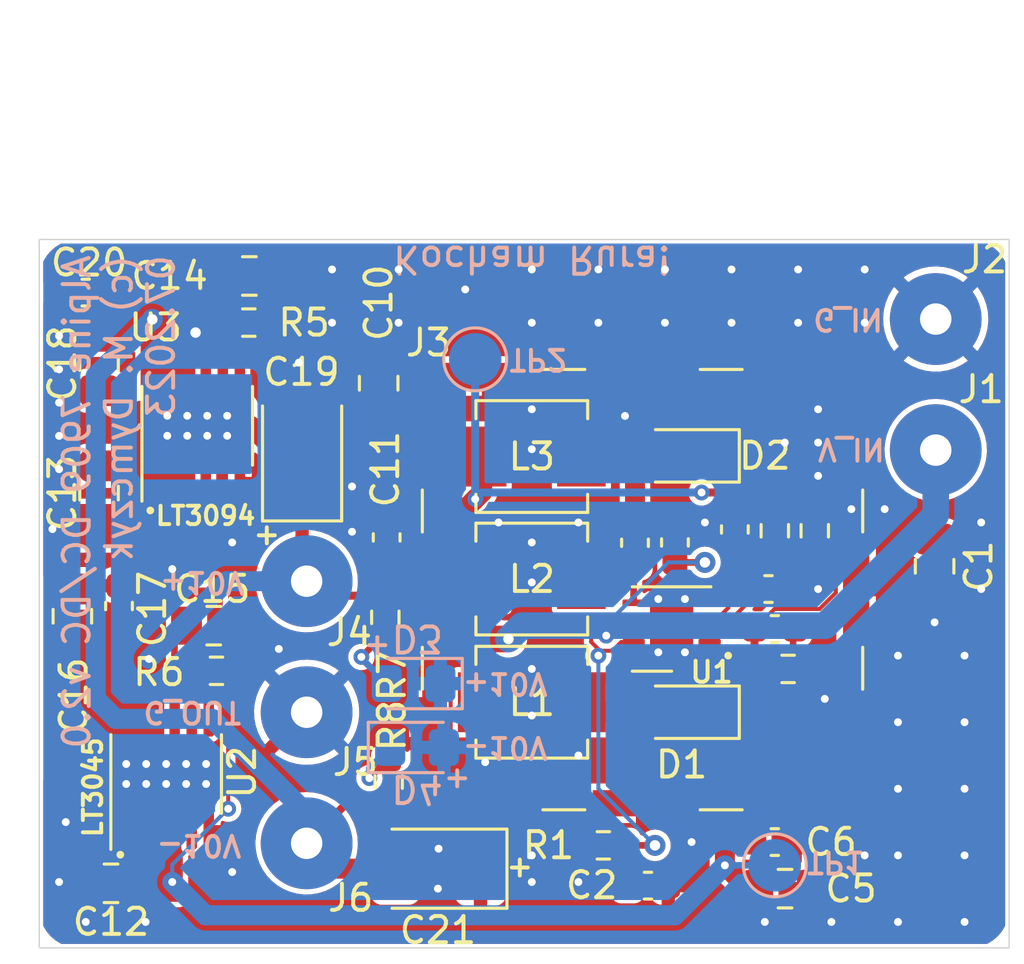
<source format=kicad_pcb>
(kicad_pcb (version 20211014) (generator pcbnew)
  (title_block (date "2023-06-30") (rev "2.0"))
  (layers (0 "F.Cu" signal) (31 "B.Cu" signal) (34 "B.Paste" user) (35 "F.Paste" user) (36 "B.SilkS" user "B.Silkscreen") (37 "F.SilkS" user "F.Silkscreen") (38 "B.Mask" user) (39 "F.Mask" user) (44 "Edge.Cuts" user))
  (net 0 "")
  (net 1 "VCC")
  (net 2 "GND")
  (net 3 "Net-(C2-Pad1)")
  (net 4 "Net-(C3-Pad1)")
  (net 5 "Net-(C4-Pad2)")
  (net 6 "Net-(D1-Pad2)")
  (net 7 "Net-(C7-Pad1)")
  (net 8 "/+10.5V")
  (net 9 "Net-(C7-Pad2)")
  (net 10 "/-10.5V")
  (net 11 "Net-(C9-Pad2)")
  (net 12 "Net-(C15-Pad1)")
  (net 13 "Net-(C14-Pad1)")
  (net 14 "/+10V")
  (net 15 "/-10V")
  (net 16 "Net-(D3-Pad2)")
  (net 17 "Net-(D4-Pad1)")
  (footprint "Capacitor_SMD:C_0603_1608Metric" (layer "F.Cu") (at 82.042 67.958 90)
    (fp_text reference "C17")
    (fp_text value "10n")
  )
  (footprint "Capacitor_SMD:C_0603_1608Metric" (layer "F.Cu") (at 80.772 56.0015 180)
    (fp_text reference "C20")
    (fp_text value "10n")
  )
  (footprint "Connector_Wire:SolderWirePad_1x01_Drill1.2mm" (layer "F.Cu") (at 89.2 67.01)
    (fp_text reference "J4")
    (fp_text value "+10V")
  )
  (footprint "Connector_Wire:SolderWirePad_1x01_Drill1.2mm" (layer "F.Cu") (at 89.2 72.01)
    (fp_text reference "J5")
    (fp_text value "G_OUT")
  )
  (footprint "Connector_Wire:SolderWirePad_1x01_Drill1.2mm" (layer "F.Cu") (at 113.2 62.01)
    (fp_text reference "J1")
    (fp_text value "V_IN")
  )
  (footprint "Connector_Wire:SolderWirePad_1x01_Drill1.2mm" (layer "F.Cu") (at 113.2 57.01)
    (fp_text reference "J2")
    (fp_text value "G_IN")
  )
  (footprint "Package_SO:MSOP-12-1EP_3x4mm_P0.65mm_EP1.65x2.85mm" (layer "F.Cu") (at 83.841 74.366 90)
    (fp_text reference "U2")
    (fp_text value "LT3045xMSE")
  )
  (footprint "Resistor_SMD:R_0603_1608Metric" (layer "F.Cu") (at 85.76 70.429)
    (fp_text reference "R6")
    (fp_text value "100k 1%")
  )
  (footprint "Resistor_SMD:R_0603_1608Metric" (layer "F.Cu") (at 86.995 57.1445)
    (fp_text reference "R5")
    (fp_text value "100k 1%")
  )
  (footprint "Resistor_SMD:R_0603_1608Metric" (layer "F.Cu") (at 92.329 74.676 90)
    (fp_text reference "R8")
    (fp_text value "1k")
  )
  (footprint "Connector_Wire:SolderWirePad_1x01_Drill1.2mm" (layer "F.Cu") (at 89.2 77.01)
    (fp_text reference "J6")
    (fp_text value "-10V")
  )
  (footprint "Package_SO:MSOP-12-1EP_3x4mm_P0.65mm_EP1.65x2.85mm" (layer "F.Cu") (at 85.0265 61.0815 90)
    (fp_text reference "U3")
    (fp_text value "LT3094xMSE")
  )
  (footprint "Capacitor_SMD:C_0805_2012Metric_Pad1.18x1.45mm_HandSolder" (layer "F.Cu") (at 81.7372 78.5368 180)
    (fp_text reference "C12")
    (fp_text value "10u X7R")
  )
  (footprint "Capacitor_SMD:C_0805_2012Metric_Pad1.18x1.45mm_HandSolder" (layer "F.Cu") (at 81.28 63.6485 90)
    (fp_text reference "C13")
    (fp_text value "10u X7R")
  )
  (footprint "Capacitor_SMD:C_0805_2012Metric_Pad1.18x1.45mm_HandSolder" (layer "F.Cu") (at 87.0165 55.3665)
    (fp_text reference "C14")
    (fp_text value "10u X7R")
  )
  (footprint "Capacitor_SMD:C_0805_2012Metric_Pad1.18x1.45mm_HandSolder" (layer "F.Cu") (at 80.263 68.3475 90)
    (fp_text reference "C16")
    (fp_text value "10u X7R")
  )
  (footprint "Capacitor_SMD:C_0805_2012Metric_Pad1.18x1.45mm_HandSolder" (layer "F.Cu") (at 81.28 58.705 -90)
    (fp_text reference "C18")
    (fp_text value "10u X7R")
  )
  (footprint "Capacitor_SMD:C_0805_2012Metric_Pad1.18x1.45mm_HandSolder" (layer "F.Cu") (at 85.6555 68.707)
    (fp_text reference "C15")
    (fp_text value "10u X7R")
  )
  (footprint "Resistor_SMD:R_0603_1608Metric" (layer "F.Cu") (at 92.202 68.389 -90)
    (fp_text reference "R7")
    (fp_text value "1k")
  )
  (footprint "Diode_SMD:D_PowerDI-123" (layer "F.Cu") (at 103.506 62.23 180)
    (fp_text reference "D2")
    (fp_text value "D_Schottky")
  )
  (footprint "Package_DFN_QFN:DFN-10-1EP_3x3mm_P0.5mm_EP1.65x2.38mm" (layer "F.Cu") (at 103.124 68.834 180)
    (fp_text reference "U1")
    (fp_text value "LT3471")
  )
  (footprint "Capacitor_Tantalum_SMD:CP_EIA-3528-21_Kemet-B_Pad1.50x2.35mm_HandSolder" (layer "F.Cu") (at 94.208 77.978 180)
    (fp_text reference "C21")
    (fp_text value "C_Polarized_Small")
  )
  (footprint "Inductor_SMD:L_Vishay_IHLP-1616" (layer "F.Cu") (at 97.79 71.628)
    (fp_text reference "L1")
    (fp_text value "10u")
  )
  (footprint "Capacitor_SMD:C_0603_1608Metric" (layer "F.Cu") (at 103.251 65.532 90)
    (fp_text reference "C8" hide)
    (fp_text value "10u X7R")
  )
  (footprint "Inductor_SMD:L_Vishay_IHLP-1616" (layer "F.Cu") (at 97.79 66.929)
    (fp_text reference "L2")
    (fp_text value "10u")
  )
  (footprint "Capacitor_SMD:C_0603_1608Metric" (layer "F.Cu") (at 101.727 65.545 90)
    (fp_text reference "C7" hide)
    (fp_text value "10u X7R")
  )
  (footprint "Resistor_SMD:R_0603_1608Metric" (layer "F.Cu") (at 107.061 65.087 90)
    (fp_text reference "R4" hide)
    (fp_text value "10k")
  )
  (footprint "Inductor_SMD:L_Vishay_IHLP-1616" (layer "F.Cu") (at 97.79 62.2554 180)
    (fp_text reference "L3")
    (fp_text value "10u")
  )
  (footprint "Capacitor_SMD:C_0603_1608Metric" (layer "F.Cu") (at 106.82 67.31)
    (fp_text reference "C3" hide)
    (fp_text value "100n X7R")
  )
  (footprint "Capacitor_SMD:C_0805_2012Metric_Pad1.18x1.45mm_HandSolder" (layer "F.Cu") (at 107.4505 78.74)
    (fp_text reference "C5")
    (fp_text value "22u")
  )
  (footprint "RF_Shielding:Laird_Technologies_BMI-S-102_16.50x16.50mm" (layer "F.Cu") (at 102.014 67.332)
    (fp_text reference "J3")
    (fp_text value "RFShield_OnePiece")
  )
  (footprint "Capacitor_SMD:C_0603_1608Metric" (layer "F.Cu") (at 102.222 78.626)
    (fp_text reference "C2")
    (fp_text value "10u X7R")
  )
  (footprint "Capacitor_SMD:C_0603_1608Metric" (layer "F.Cu") (at 107.061 68.834 180)
    (fp_text reference "C4" hide)
    (fp_text value "2200p")
  )
  (footprint "Capacitor_SMD:C_0603_1608Metric" (layer "F.Cu") (at 105.537 65.037 -90)
    (fp_text reference "C9" hide)
    (fp_text value "470p")
  )
  (footprint "Resistor_SMD:R_0603_1608Metric" (layer "F.Cu") (at 100.52 77.089)
    (fp_text reference "R1")
    (fp_text value "20k")
  )
  (footprint "Capacitor_SMD:C_0603_1608Metric" (layer "F.Cu") (at 107.061 76.962)
    (fp_text reference "C6")
    (fp_text value "10n")
  )
  (footprint "Diode_SMD:D_PowerDI-123" (layer "F.Cu") (at 103.505 72.009 180)
    (fp_text reference "D1")
    (fp_text value "D_Schottky")
  )
  (footprint "Capacitor_SMD:C_0805_2012Metric_Pad1.18x1.45mm_HandSolder" (layer "F.Cu") (at 91.948 59.4575 90)
    (fp_text reference "C10")
    (fp_text value "22u")
  )
  (footprint "Capacitor_Tantalum_SMD:CP_EIA-3528-21_Kemet-B_Pad1.50x2.35mm_HandSolder" (layer "F.Cu") (at 89.027 62.077 90)
    (fp_text reference "C19")
    (fp_text value "C_Polarized_Small")
  )
  (footprint "Resistor_SMD:R_0603_1608Metric" (layer "F.Cu") (at 107.569 70.358)
    (fp_text reference "R2" hide)
    (fp_text value "10k")
  )
  (footprint "Capacitor_SMD:C_0805_2012Metric_Pad1.18x1.45mm_HandSolder" (layer "F.Cu") (at 113.157 66.4425 -90)
    (fp_text reference "C1")
    (fp_text value "22u")
  )
  (footprint "Resistor_SMD:R_0603_1608Metric" (layer "F.Cu") (at 108.585 65.087 90)
    (fp_text reference "R3" hide)
    (fp_text value "1.58k")
  )
  (footprint "Capacitor_SMD:C_0603_1608Metric" (layer "F.Cu") (at 92.2528 65.3418 -90)
    (fp_text reference "C11")
    (fp_text value "10n")
  )
  (footprint "LED_SMD:LED_0805_2012Metric_Pad1.15x1.40mm_HandSolder" (layer "B.Cu") (at 93.2778 70.9168 180)
    (fp_text reference "D3")
    (fp_text value "LED")
  )
  (footprint "LED_SMD:LED_0805_2012Metric_Pad1.15x1.40mm_HandSolder" (layer "B.Cu") (at 93.4122 73.3552)
    (fp_text reference "D4")
    (fp_text value "LED")
  )
  (footprint "TestPoint:TestPoint_Pad_D2.0mm" (layer "B.Cu") (at 95.631 58.547 180)
    (fp_text reference "TP2")
    (fp_text value "-10.5V")
  )
  (footprint "TestPoint:TestPoint_Pad_D2.0mm" (layer "B.Cu") (at 107.061 77.851 180)
    (fp_text reference "TP1")
    (fp_text value "+10.5V")
  )
  (gr_circle (center 82.0928 77.4446) (end 82.164642 77.4446) (layer "F.SilkS") (width 0.15) (fill solid))
  (gr_circle (center 83.2358 64.3128) (end 83.307642 64.3128) (layer "F.SilkS") (width 0.15) (fill solid))
  (gr_circle (center 105.283 69.85) (end 105.354842 69.85) (layer "F.SilkS") (width 0.15) (fill solid))
  (gr_line (start 116 53.975) (end 79 53.975) (layer "Edge.Cuts") (width 0.05))
  (gr_line (start 79 81) (end 116 81) (layer "Edge.Cuts") (width 0.05))
  (gr_line (start 116 81) (end 116 53.975) (layer "Edge.Cuts") (width 0.05))
  (gr_line (start 79 53.975) (end 79 81) (layer "Edge.Cuts") (width 0.05))
  (gr_text "Kocham Rura!" (at 97.79 54.737 180) (layer "B.SilkS") (effects (font (size 1 1)) (justify mirror)))
  (gr_text "+" (at 91.8972 69.3928) (layer "B.SilkS") (effects (font (size 0.8 0.8)) (justify mirror)))
  (gr_text "Alpine 7909 DC/DC v2.0\n(c) M. Dymczyk\n07.2023" (at 82.042 54.483 90) (layer "B.SilkS") (effects (font (size 1 1)) (justify left mirror)))
  (gr_text "-10V" (at 96.774 73.3552 180) (layer "B.SilkS") (effects (font (size 0.8 0.8)) (justify mirror)))
  (gr_text "+10V" (at 96.774 70.9168 180) (layer "B.SilkS") (effects (font (size 0.8 0.8)) (justify mirror)))
  (gr_text "+" (at 94.9452 74.4728) (layer "B.SilkS") (effects (font (size 0.8 0.8)) (justify mirror)))
  (gr_text "LT3094" (at 85.344 64.516) (layer "F.SilkS") (effects (font (size 0.7 0.7))))
  (gr_text "+" (at 97.3328 77.8764) (layer "F.SilkS") (effects (font (size 0.8 0.8)) (justify mirror)))
  (gr_text "LT3045" (at 81.047 74.874 90) (layer "F.SilkS") (effects (font (size 0.7 0.7))))
  (gr_text "+" (at 87.6808 65.2018) (layer "F.SilkS") (effects (font (size 0.8 0.8)) (justify mirror)))
  (segment (start 96.901 69.215) (end 95.936 69.215) (width 1.016) (layer "F.Cu") (net 1))
  (segment (start 98.933 76.327) (end 98.933 74.93) (width 0.254) (layer "F.Cu") (net 1))
  (segment (start 95.9105 69.1895) (end 95.9105 71.61525) (width 1.016) (layer "F.Cu") (net 1))
  (segment (start 98.933 74.93) (end 95.89775 71.89475) (width 0.254) (layer "F.Cu") (net 1))
  (segment (start 101.674 68.834) (end 100.748087 68.834) (width 0.1524) (layer "F.Cu") (net 1))
  (segment (start 95.9105 66.929) (end 95.9105 69.1895) (width 1.016) (layer "F.Cu") (net 1))
  (segment (start 113.157 65.405) (end 113.157 62.053) (width 0.508) (layer "F.Cu") (net 1))
  (segment (start 103.264 66.294) (end 103.251 66.307) (width 0.254) (layer "F.Cu") (net 1))
  (segment (start 104.394 66.294) (end 103.264 66.294) (width 0.254) (layer "F.Cu") (net 1))
  (segment (start 95.89775 71.89475) (end 95.89775 71.628) (width 0.254) (layer "F.Cu") (net 1))
  (segment (start 95.936 69.215) (end 95.9105 69.1895) (width 1.016) (layer "F.Cu") (net 1))
  (segment (start 99.695 77.089) (end 98.933 76.327) (width 0.254) (layer "F.Cu") (net 1))
  (segment (start 100.748087 68.834) (end 100.629844 68.952243) (width 0.1524) (layer "F.Cu") (net 1))
  (segment (start 95.9105 71.61525) (end 95.89775 71.628) (width 1.016) (layer "F.Cu") (net 1))
  (via (at 100.629844 69.088) (size 0.6) (drill 0.3) (layers "F.Cu" "B.Cu") (net 1))
  (via (at 104.394 66.294) (size 0.8) (drill 0.4) (layers "F.Cu" "B.Cu") (net 1))
  (via (at 96.901 69.215) (size 0.8) (drill 0.4) (layers "F.Cu" "B.Cu") (net 1))
  (segment (start 97.409 68.707) (end 96.901 69.215) (width 1.016) (layer "B.Cu") (net 1))
  (segment (start 108.977958 68.707) (end 97.409 68.707) (width 1.016) (layer "B.Cu") (net 1))
  (segment (start 100.203 69.088) (end 102.997 66.294) (width 0.1524) (layer "B.Cu") (net 1))
  (segment (start 113.2 62.01) (end 113.2 64.484958) (width 1.016) (layer "B.Cu") (net 1))
  (segment (start 113.2 64.484958) (end 108.977958 68.707) (width 1.016) (layer "B.Cu") (net 1))
  (segment (start 102.997 66.294) (end 104.394 66.294) (width 0.1524) (layer "B.Cu") (net 1))
  (segment (start 85.3515 58.9315) (end 85.3515 57.914) (width 0.254) (layer "F.Cu") (net 2))
  (segment (start 84.166 74.041) (end 83.841 74.366) (width 0.254) (layer "F.Cu") (net 2))
  (segment (start 107.595 67.31) (end 108.7121 67.31) (width 0.1524) (layer "F.Cu") (net 2))
  (segment (start 85.3515 57.914) (end 84.963 57.5255) (width 0.254) (layer "F.Cu") (net 2))
  (segment (start 84.166 72.216) (end 84.166 74.041) (width 0.254) (layer "F.Cu") (net 2))
  (via (at 84.963 57.5255) (size 0.8) (drill 0.4) (layers "F.Cu" "B.Cu") (net 2))
  (via (at 83.841 73.985) (size 0.7) (drill 0.3) (layers "F.Cu" "B.Cu") (net 2))
  (via (at 79.756 57.658) (size 0.6) (drill 0.3) (layers "F.Cu" "B.Cu") (net 2))
  (via (at 97.79 60.452) (size 0.6) (drill 0.3) (layers "F.Cu" "B.Cu") (net 2))
  (via (at 114.3 80.01) (size 0.6) (drill 0.3) (layers "F.Cu" "B.Cu") (net 2))
  (via (at 86.36 78.105) (size 0.6) (drill 0.3) (layers "F.Cu" "B.Cu") (net 2))
  (via (at 79.756 60.198) (size 0.6) (drill 0.3) (layers "F.Cu" "B.Cu") (net 2))
  (via (at 100.33 55.118) (size 0.6) (drill 0.3) (layers "F.Cu" "B.Cu") (net 2))
  (via (at 82.317 73.985) (size 0.7) (drill 0.3) (layers "F.Cu" "B.Cu") (net 2))
  (via (at 103.632 69.723) (size 0.6) (drill 0.3) (layers "F.Cu" "B.Cu") (net 2))
  (via (at 108.7121 67.31) (size 0.6) (drill 0.3) (layers "F.Cu" "B.Cu") (net 2))
  (via (at 114.3 74.93) (size 0.6) (drill 0.3) (layers "F.Cu" "B.Cu") (net 2))
  (via (at 97.79 72.136) (size 0.6) (drill 0.3) (layers "F.Cu" "B.Cu") (net 2))
  (via (at 80.01 76.2) (size 0.6) (drill 0.3) (layers "F.Cu" "B.Cu") (net 2))
  (via (at 111.76 74.93) (size 0.6) (drill 0.3) (layers "F.Cu" "B.Cu") (net 2))
  (via (at 79.756 78.486) (size 0.6) (drill 0.3) (layers "F.Cu" "B.Cu") (net 2))
  (via (at 110.49 57.15) (size 0.6) (drill 0.3) (layers "F.Cu" "B.Cu") (net 2))
  (via (at 107.95 55.118) (size 0.6) (drill 0.3) (layers "F.Cu" "B.Cu") (net 2))
  (via (at 92.71 57.15) (size 0.6) (drill 0.3) (layers "F.Cu" "B.Cu") (net 2))
  (via (at 108.712 62.992) (size 0.6) (drill 0.3) (layers "F.Cu" "B.Cu") (net 2))
  (via (at 79.756 61.468) (size 0.6) (drill 0.3) (layers "F.Cu" "B.Cu") (net 2))
  (via (at 114.3 77.47) (size 0.6) (drill 0.3) (layers "F.Cu" "B.Cu") (net 2))
  (via (at 83.058 80.01) (size 0.6) (drill 0.3) (layers "F.Cu" "B.Cu") (net 2))
  (via (at 97.79 77.47) (size 0.6) (drill 0.3) (layers "F.Cu" "B.Cu") (net 2))
  (via (at 90.932 65.1256) (size 0.6) (drill 0.3) (layers "F.Cu" "B.Cu") (net 2))
  (via (at 110.49 77.47) (size 0.6) (drill 0.3) (layers "F.Cu" "B.Cu") (net 2))
  (via (at 102.87 55.118) (size 0.6) (drill 0.3) (layers "F.Cu" "B.Cu") (net 2))
  (via (at 85.365 74.747) (size 0.7) (drill 0.3) (layers "F.Cu" "B.Cu") (net 2))
  (via (at 107.95 57.15) (size 0.6) (drill 0.3) (layers "F.Cu" "B.Cu") (net 2))
  (via (at 84.074 66.548) (size 0.6) (drill 0.3) (layers "F.Cu" "B.Cu") (net 2))
  (via (at 95.25 55.88) (size 0.6) (drill 0.3) (layers "F.Cu" "B.Cu") (net 2))
  (via (at 84.603 73.985) (size 0.7) (drill 0.3) (layers "F.Cu" "B.Cu") (net 2))
  (via (at 108.966 71.501) (size 0.6) (drill 0.3) (layers "F.Cu" "B.Cu") (net 2))
  (via (at 108.712 61.722) (size 0.6) (drill 0.3) (layers "F.Cu" "B.Cu") (net 2))
  (via (at 111.76 77.47) (size 0.6) (drill 0.3) (layers "F.Cu" "B.Cu") (net 2))
  (via (at 114.935 67.31) (size 0.6) (drill 0.3) (layers "F.Cu" "B.Cu") (net 2))
  (via (at 109.22 80.01) (size 0.6) (drill 0.3) (layers "F.Cu" "B.Cu") (net 2))
  (via (at 82.317 74.747) (size 0.7) (drill 0.3) (layers "F.Cu" "B.Cu") (net 2))
  (via (at 109.982 64.262) (size 0.6) (drill 0.3) (layers "F.Cu" "B.Cu") (net 2))
  (via (at 105.41 55.118) (size 0.6) (drill 0.3) (layers "F.Cu" "B.Cu") (net 2))
  (via (at 97.79 65.532) (size 0.6) (drill 0.3) (layers "F.Cu" "B.Cu") (net 2))
  (via (at 99.568 73.66) (size 0.6) (drill 0.3) (layers "F.Cu" "B.Cu") (net 2))
  (via (at 105.41 57.15) (size 0.6) (drill 0.3) (layers "F.Cu" "B.Cu") (net 2))
  (via (at 79.502 65.024) (size 0.6) (drill 0.3) (layers "F.Cu" "B.Cu") (net 2))
  (via (at 99.568 78.486) (size 0.6) (drill 0.3) (layers "F.Cu" "B.Cu") (net 2))
  (via (at 102.616 69.723) (size 0.6) (drill 0.3) (layers "F.Cu" "B.Cu") (net 2))
  (via (at 88.138 69.596) (size 0.6) (drill 0.3) (layers "F.Cu" "B.Cu") (net 2))
  (via (at 94.208 78.74) (size 0.6) (drill 0.3) (layers "F.Cu" "B.Cu") (net 2))
  (via (at 111.76 72.39) (size 0.6) (drill 0.3) (layers "F.Cu" "B.Cu") (net 2))
  (via (at 102.616 67.691) (size 0.6) (drill 0.3) (layers "F.Cu" "B.Cu") (net 2))
  (via (at 110.49 55.118) (size 0.6) (drill 0.3) (layers "F.Cu" "B.Cu") (net 2))
  (via (at 97.79 55.118) (size 0.6) (drill 0.3) (layers "F.Cu" "B.Cu") (net 2))
  (via (at 103.632 67.691) (size 0.6) (drill 0.3) (layers "F.Cu" "B.Cu") (net 2))
  (via (at 97.79 78.486) (size 0.6) (drill 0.3) (layers "F.Cu" "B.Cu") (net 2))
  (via (at 94.234 77.216) (size 0.6) (drill 0.3) (layers "F.Cu" "B.Cu") (net 2))
  (via (at 108.712 60.452) (size 0.6) (drill 0.3) (layers "F.Cu" "B.Cu") (net 2))
  (via (at 104.394 64.77) (size 0.6) (drill 0.3) (layers "F.Cu" "B.Cu") (net 2))
  (via (at 79.756 58.928) (size 0.6) (drill 0.3) (layers "F.Cu" "B.Cu") (net 2))
  (via (at 97.79 61.976) (size 0.6) (drill 0.3) (layers "F.Cu" "B.Cu") (net 2))
  (via (at 97.79 67.056) (size 0.6) (drill 0.3) (layers "F.Cu" "B.Cu") (net 2))
  (via (at 103.886 76.962) (size 0.6) (drill 0.3) (layers "F.Cu" "B.Cu") (net 2))
  (via (at 85.365 73.985) (size 0.7) (drill 0.3) (layers "F.Cu" "B.Cu") (net 2))
  (via (at 96.52 64.77) (size 0.6) (drill 0.3) (layers "F.Cu" "B.Cu") (net 2))
  (via (at 83.841 74.747) (size 0.7) (drill 0.3) (layers "F.Cu" "B.Cu") (net 2))
  (via (at 90.932 63.3984) (size 0.6) (drill 0.3) (layers "F.Cu" "B.Cu") (net 2))
  (via (at 84.603 74.747) (size 0.7) (drill 0.3) (layers "F.Cu" "B.Cu") (net 2))
  (via (at 86.36 65.532) (size 0.6) (drill 0.3) (layers "F.Cu" "B.Cu") (net 2))
  (via (at 114.935 64.77) (size 0.6) (drill 0.3) (layers "F.Cu" "B.Cu") (net 2))
  (via (at 111.252 64.262) (size 0.6) (drill 0.3) (layers "F.Cu" "B.Cu") (net 2))
  (via (at 100.33 57.15) (size 0.6) (drill 0.3) (layers "F.Cu" "B.Cu") (net 2))
  (via (at 102.87 57.15) (size 0.6) (drill 0.3) (layers "F.Cu" "B.Cu") (net 2))
  (via (at 113.157 68.58) (size 0.6) (drill 0.3) (layers "F.Cu" "B.Cu") (net 2))
  (via (at 97.79 57.15) (size 0.6) (drill 0.3) (layers "F.Cu" "B.Cu") (net 2))
  (via (at 80.772 80.01) (size 0.6) (drill 0.3) (layers "F.Cu" "B.Cu") (net 2))
  (via (at 90.17 57.15) (size 0.6) (drill 0.3) (layers "F.Cu" "B.Cu") (net 2))
  (via (at 83.079 73.985) (size 0.7) (drill 0.3) (layers "F.Cu" "B.Cu") (net 2))
  (via (at 106.68 80.01) (size 0.6) (drill 0.3) (layers "F.Cu" "B.Cu") (net 2))
  (via (at 97.79 70.358) (size 0.6) (drill 0.3) (layers "F.Cu" "B.Cu") (net 2))
  (via (at 114.3 69.85) (size 0.6) (drill 0.3) (layers "F.Cu" "B.Cu") (net 2))
  (via (at 79.756 62.738) (size 0.6) (drill 0.3) (layers "F.Cu" "B.Cu") (net 2))
  (via (at 83.079 74.747) (size 0.7) (drill 0.3) (layers "F.Cu" "B.Cu") (net 2))
  (via (at 111.76 80.01) (size 0.6) (drill 0.3) (layers "F.Cu" "B.Cu") (net 2))
  (via (at 111.76 69.85) (size 0.6) (drill 0.3) (layers "F.Cu" "B.Cu") (net 2))
  (via (at 88.9 58.674) (size 0.6) (drill 0.3) (layers "F.Cu" "B.Cu") (net 2))
  (via (at 101.346 60.706) (size 0.6) (drill 0.3) (layers "F.Cu" "B.Cu") (net 2))
  (via (at 99.568 64.77) (size 0.6) (drill 0.3) (layers "F.Cu" "B.Cu") (net 2))
  (via (at 96.012 73.914) (size 0.6) (drill 0.3) (layers "F.Cu" "B.Cu") (net 2))
  (via (at 114.3 72.39) (size 0.6) (drill 0.3) (layers "F.Cu" "B.Cu") (net 2))
  (via (at 92.71 55.118) (size 0.6) (drill 0.3) (layers "F.Cu" "B.Cu") (net 2))
  (via (at 90.17 55.118) (size 0.6) (drill 0.3) (layers "F.Cu" "B.Cu") (net 2))
  (via (at 107.442 61.722) (size 0.6) (drill 0.3) (layers "F.Cu" "B.Cu") (net 2))
  (segment (start 101.1286 68.334) (end 101.674 68.334) (width 0.1524) (layer "F.Cu") (net 3))
  (segment (start 100.33 68.453) (end 101.0096 68.453) (width 0.1524) (layer "F.Cu") (net 3))
  (segment (start 101.345 77.089) (end 102.489 77.089) (width 0.254) (layer "F.Cu") (net 3))
  (segment (start 101.0096 68.453) (end 101.1286 68.334) (width 0.1524) (layer "F.Cu") (net 3))
  (segment (start 101.345 78.524) (end 101.447 78.626) (width 0.254) (layer "F.Cu") (net 3))
  (segment (start 100.053644 69.32667) (end 100.053644 68.729356) (width 0.1524) (layer "F.Cu") (net 3))
  (segment (start 100.391174 69.6642) (end 100.053644 69.32667) (width 0.1524) (layer "F.Cu") (net 3))
  (segment (start 100.391174 69.6642) (end 100.391174 69.788826) (width 0.1524) (layer "F.Cu") (net 3))
  (segment (start 100.053644 68.729356) (end 100.33 68.453) (width 0.1524) (layer "F.Cu") (net 3))
  (segment (start 101.198714 69.334) (end 100.868514 69.6642) (width 0.1524) (layer "F.Cu") (net 3))
  (segment (start 101.345 77.089) (end 101.345 78.524) (width 0.254) (layer "F.Cu") (net 3))
  (segment (start 100.391174 69.788826) (end 100.33 69.85) (width 0.1524) (layer "F.Cu") (net 3))
  (segment (start 100.868514 69.6642) (end 100.391174 69.6642) (width 0.1524) (layer "F.Cu") (net 3))
  (segment (start 101.674 69.334) (end 101.198714 69.334) (width 0.1524) (layer "F.Cu") (net 3))
  (via (at 102.489 77.089) (size 0.8) (drill 0.4) (layers "F.Cu" "B.Cu") (net 3))
  (via (at 100.33 69.85) (size 0.6) (drill 0.3) (layers "F.Cu" "B.Cu") (net 3))
  (segment (start 100.33 74.93) (end 102.489 77.089) (width 0.1524) (layer "B.Cu") (net 3))
  (segment (start 100.33 69.85) (end 100.33 74.93) (width 0.1524) (layer "B.Cu") (net 3))
  (segment (start 105.029 68.834) (end 106.045 67.818) (width 0.1524) (layer "F.Cu") (net 4))
  (segment (start 104.574 69.334) (end 104.574 68.834) (width 0.1524) (layer "F.Cu") (net 4))
  (segment (start 104.574 68.834) (end 105.029 68.834) (width 0.1524) (layer "F.Cu") (net 4))
  (segment (start 106.045 67.818) (end 106.045 67.31) (width 0.1524) (layer "F.Cu") (net 4))
  (segment (start 104.574 69.834) (end 106.22 69.834) (width 0.1524) (layer "F.Cu") (net 5))
  (segment (start 108.76497 68.072) (end 107.048 68.072) (width 0.1524) (layer "F.Cu") (net 5))
  (segment (start 106.286 68.834) (end 106.286 69.9) (width 0.3048) (layer "F.Cu") (net 5))
  (segment (start 106.22 69.834) (end 106.286 69.9) (width 0.1524) (layer "F.Cu") (net 5))
  (segment (start 106.286 68.834) (end 107.048 68.072) (width 0.1524) (layer "F.Cu") (net 5))
  (segment (start 109.3878 66.7148) (end 108.585 65.912) (width 0.1524) (layer "F.Cu") (net 5))
  (segment (start 109.3878 66.7148) (end 109.3878 67.44917) (width 0.1524) (layer "F.Cu") (net 5))
  (segment (start 106.286 69.9) (end 106.744 70.358) (width 0.3048) (layer "F.Cu") (net 5))
  (segment (start 109.3878 67.44917) (end 108.76497 68.072) (width 0.1524) (layer "F.Cu") (net 5))
  (segment (start 101.98 72.009) (end 100.06325 72.009) (width 0.762) (layer "F.Cu") (net 6))
  (segment (start 101.47625 69.834) (end 99.68225 71.628) (width 0.254) (layer "F.Cu") (net 6))
  (segment (start 101.674 69.834) (end 101.47625 69.834) (width 0.254) (layer "F.Cu") (net 6))
  (segment (start 100.06325 72.009) (end 99.68225 71.628) (width 0.762) (layer "F.Cu") (net 6))
  (segment (start 101.674 67.834) (end 101.674 66.373) (width 0.254) (layer "F.Cu") (net 7))
  (segment (start 101.118 66.929) (end 101.727 66.32) (width 0.508) (layer "F.Cu") (net 7))
  (segment (start 101.674 66.373) (end 101.727 66.32) (width 0.254) (layer "F.Cu") (net 7))
  (segment (start 99.695 66.929) (end 101.118 66.929) (width 0.508) (layer "F.Cu") (net 7))
  (segment (start 107.759 68.884) (end 107.759 70.294) (width 0.25) (layer "F.Cu") (net 8))
  (segment (start 106.045 78.74) (end 105.156 77.851) (width 0.762) (layer "F.Cu") (net 8))
  (segment (start 107.759 71.057) (end 106.807 72.009) (width 0.25) (layer "F.Cu") (net 8))
  (segment (start 105.156 76.835) (end 105.156 72.81) (width 0.762) (layer "F.Cu") (net 8))
  (segment (start 86.2076 72.9576) (end 86.2076 75.692) (width 0.1524) (layer "F.Cu") (net 8))
  (segment (start 107.759 70.294) (end 107.759 71.057) (width 0.25) (layer "F.Cu") (net 8))
  (segment (start 105.156 72.81) (end 104.355 72.009) (width 0.762) (layer "F.Cu") (net 8))
  (segment (start 107.759 70.294) (end 108.33 70.294) (width 0.25) (layer "F.Cu") (net 8))
  (segment (start 106.413 78.74) (end 106.045 78.74) (width 0.762) (layer "F.Cu") (net 8))
  (segment (start 106.286 76.962) (end 105.283 76.962) (width 0.3048) (layer "F.Cu") (net 8))
  (segment (start 105.156 76.835) (end 105.156 77.851) (width 0.762) (layer "F.Cu") (net 8))
  (segment (start 105.283 76.962) (end 105.156 76.835) (width 0.3048) (layer "F.Cu") (net 8))
  (segment (start 85.466 72.216) (end 86.2076 72.9576) (width 0.1524) (layer "F.Cu") (net 8))
  (segment (start 106.807 72.009) (end 104.355 72.009) (width 0.25) (layer "F.Cu") (net 8))
  (segment (start 108.33 70.294) (end 108.394 70.358) (width 0.25) (layer "F.Cu") (net 8))
  (via (at 86.2076 75.692) (size 0.6) (drill 0.3) (layers "F.Cu" "B.Cu") (net 8))
  (via (at 105.156 77.851) (size 0.6) (drill 0.3) (layers "F.Cu" "B.Cu") (net 8))
  (via (at 84.074 78.486) (size 0.6) (drill 0.3) (layers "F.Cu" "B.Cu") (net 8))
  (segment (start 84.074 77.8256) (end 84.074 78.486) (width 0.1524) (layer "B.Cu") (net 8))
  (segment (start 105.156 77.851) (end 103.251 79.756) (width 0.762) (layer "B.Cu") (net 8))
  (segment (start 103.251 79.756) (end 85.344 79.756) (width 0.762) (layer "B.Cu") (net 8))
  (segment (start 85.344 79.756) (end 84.074 78.486) (width 0.762) (layer "B.Cu") (net 8))
  (segment (start 86.2076 75.692) (end 84.074 77.8256) (width 0.1524) (layer "B.Cu") (net 8))
  (segment (start 107.061 77.851) (end 105.156 77.851) (width 0.254) (layer "B.Cu") (net 8))
  (segment (start 100.03785 62.611) (end 99.68225 62.2554) (width 0.762) (layer "F.Cu") (net 9))
  (segment (start 101.727 64.77) (end 101.727 62.865) (width 0.762) (layer "F.Cu") (net 9))
  (segment (start 101.727 62.865) (end 101.981 62.611) (width 0.762) (layer "F.Cu") (net 9))
  (segment (start 101.981 62.611) (end 100.03785 62.611) (width 0.762) (layer "F.Cu") (net 9))
  (segment (start 92.2528 64.5668) (end 92.9132 63.9064) (width 0.3048) (layer "F.Cu") (net 10))
  (segment (start 104.902 63.627) (end 104.267 63.627) (width 0.3048) (layer "F.Cu") (net 10))
  (segment (start 87.056289 61.0815) (end 88.077789 62.103) (width 0.762) (layer "F.Cu") (net 10))
  (segment (start 92.9132 63.9064) (end 92.9132 63.7032) (width 0.3048) (layer "F.Cu") (net 10))
  (segment (start 91.948 60.495) (end 91.948 61.468) (width 0.3048) (layer "F.Cu") (net 10))
  (segment (start 107.061 64.262) (end 105.537 64.262) (width 0.3048) (layer "F.Cu") (net 10))
  (segment (start 95.89775 63.61425) (end 95.631 63.881) (width 0.762) (layer "F.Cu") (net 10))
  (segment (start 92.9132 63.7032) (end 93.472 64.262) (width 0.762) (layer "F.Cu") (net 10))
  (segment (start 88.077789 62.103) (end 91.313 62.103) (width 0.762) (layer "F.Cu") (net 10))
  (segment (start 85.0265 61.0815) (end 87.056289 61.0815) (width 0.762) (layer "F.Cu") (net 10))
  (segment (start 91.313 62.103) (end 92.9132 63.7032) (width 0.762) (layer "F.Cu") (net 10))
  (segment (start 105.537 64.262) (end 104.902 63.627) (width 0.3048) (layer "F.Cu") (net 10))
  (segment (start 95.89775 62.23) (end 95.89775 63.61425) (width 0.762) (layer "F.Cu") (net 10))
  (segment (start 93.472 64.262) (end 95.25 64.262) (width 0.762) (layer "F.Cu") (net 10))
  (segment (start 91.948 61.468) (end 91.313 62.103) (width 0.3048) (layer "F.Cu") (net 10))
  (segment (start 95.631 63.881) (end 95.25 64.262) (width 0.762) (layer "F.Cu") (net 10))
  (via (at 86.1695 61.4625) (size 0.7) (drill 0.3) (layers "F.Cu" "B.Cu") (net 10))
  (via (at 86.1695 60.7005) (size 0.7) (drill 0.3) (layers "F.Cu" "B.Cu") (net 10))
  (via (at 85.4075 60.7005) (size 0.7) (drill 0.3) (layers "F.Cu" "B.Cu") (net 10))
  (via (at 85.4075 61.4625) (size 0.7) (drill 0.3) (layers "F.Cu" "B.Cu") (net 10))
  (via (at 84.6455 61.4625) (size 0.7) (drill 0.3) (layers "F.Cu" "B.Cu") (net 10))
  (via (at 84.6455 60.7005) (size 0.7) (drill 0.3) (layers "F.Cu" "B.Cu") (net 10))
  (via (at 83.8835 60.7005) (size 0.7) (drill 0.3) (layers "F.Cu" "B.Cu") (net 10))
  (via (at 83.8835 61.4625) (size 0.7) (drill 0.3) (layers "F.Cu" "B.Cu") (net 10))
  (via (at 95.631 63.881) (size 0.6) (drill 0.3) (layers "F.Cu" "B.Cu") (net 10))
  (via (at 104.267 63.627) (size 0.6) (drill 0.3) (layers "F.Cu" "B.Cu") (net 10))
  (segment (start 95.631 58.547) (end 95.631 63.881) (width 0.3048) (layer "B.Cu") (net 10))
  (segment (start 95.885 63.627) (end 95.631 63.881) (width 0.3048) (layer "B.Cu") (net 10))
  (segment (start 104.267 63.627) (end 95.885 63.627) (width 0.3048) (layer "B.Cu") (net 10))
  (segment (start 104.977994 68.334) (end 105.283 68.028994) (width 0.1524) (layer "F.Cu") (net 11))
  (segment (start 105.283 66.066) (end 105.537 65.812) (width 0.1524) (layer "F.Cu") (net 11))
  (segment (start 105.537 65.812) (end 106.961 65.812) (width 0.1524) (layer "F.Cu") (net 11))
  (segment (start 106.961 65.812) (end 107.061 65.912) (width 0.1524) (layer "F.Cu") (net 11))
  (segment (start 104.574 68.334) (end 104.977994 68.334) (width 0.1524) (layer "F.Cu") (net 11))
  (segment (start 107.061 65.786) (end 107.061 65.912) (width 0.1524) (layer "F.Cu") (net 11))
  (segment (start 105.283 68.028994) (end 105.283 66.066) (width 0.1524) (layer "F.Cu") (net 11))
  (segment (start 108.585 64.262) (end 107.061 65.786) (width 0.1524) (layer "F.Cu") (net 11))
  (segment (start 84.1585 70.2275) (end 84.1585 68.5875) (width 0.254) (layer "F.Cu") (net 12))
  (segment (start 84.885 70.429) (end 84.36 70.429) (width 0.254) (layer "F.Cu") (net 12))
  (segment (start 84.816 72.216) (end 84.816 70.752) (width 0.254) (layer "F.Cu") (net 12))
  (segment (start 84.36 70.429) (end 84.1585 70.2275) (width 0.254) (layer "F.Cu") (net 12))
  (segment (start 84.816 70.752) (end 84.885 70.683) (width 0.254) (layer "F.Cu") (net 12))
  (segment (start 86.0015 58.9315) (end 86.0015 55.389) (width 0.254) (layer "F.Cu") (net 13))
  (segment (start 86.0015 55.389) (end 85.979 55.3665) (width 0.254) (layer "F.Cu") (net 13))
  (segment (start 92.202 67.564) (end 89.754 67.564) (width 0.3048) (layer "F.Cu") (net 14))
  (segment (start 89.027 63.702) (end 89.027 66.837) (width 0.508) (layer "F.Cu") (net 14))
  (via (at 83.185 69.977) (size 0.6) (drill 0.3) (layers "F.Cu" "B.Cu") (net 14))
  (segment (start 86.152 67.01) (end 83.185 69.977) (width 0.762) (layer "B.Cu") (net 14))
  (segment (start 89.2 67.01) (end 86.152 67.01) (width 0.762) (layer "B.Cu") (net 14))
  (segment (start 90.168 77.978) (end 89.2 77.01) (width 0.762) (layer "F.Cu") (net 15))
  (segment (start 92.329 75.501) (end 90.709 75.501) (width 0.3048) (layer "F.Cu") (net 15))
  (segment (start 90.709 75.501) (end 89.2 77.01) (width 0.3048) (layer "F.Cu") (net 15))
  (segment (start 92.583 77.978) (end 90.168 77.978) (width 0.762) (layer "F.Cu") (net 15))
  (via (at 83.312 57.023) (size 0.8) (drill 0.4) (layers "F.Cu" "B.Cu") (net 15))
  (segment (start 85.598 72.263) (end 89.2 75.865) (width 0.762) (layer "B.Cu") (net 15))
  (segment (start 83.312 57.023) (end 81.153 59.182) (width 0.762) (layer "B.Cu") (net 15))
  (segment (start 81.153 71.501) (end 81.915 72.263) (width 0.762) (layer "B.Cu") (net 15))
  (segment (start 81.915 72.263) (end 85.598 72.263) (width 0.762) (layer "B.Cu") (net 15))
  (segment (start 89.2 75.865) (end 89.2 77.01) (width 0.762) (layer "B.Cu") (net 15))
  (segment (start 81.153 59.182) (end 81.153 71.501) (width 0.762) (layer "B.Cu") (net 15))
  (segment (start 92.202 69.214) (end 91.9744 69.214) (width 0.254) (layer "F.Cu") (net 16))
  (segment (start 91.9744 69.214) (end 91.2876 69.9008) (width 0.254) (layer "F.Cu") (net 16))
  (via (at 91.2876 69.9008) (size 0.6) (drill 0.3) (layers "F.Cu" "B.Cu") (net 16))
  (segment (start 91.2876 69.9516) (end 92.2528 70.9168) (width 0.254) (layer "B.Cu") (net 16))
  (segment (start 91.2876 69.9008) (end 91.2876 69.9516) (width 0.254) (layer "B.Cu") (net 16))
  (segment (start 92.329 73.851) (end 92.265 73.851) (width 0.254) (layer "F.Cu") (net 17))
  (segment (start 92.265 73.851) (end 91.5924 74.5236) (width 0.254) (layer "F.Cu") (net 17))
  (via (at 91.5924 74.5236) (size 0.6) (drill 0.3) (layers "F.Cu" "B.Cu") (net 17))
  (segment (start 91.5924 74.5236) (end 91.5924 74.15) (width 0.254) (layer "B.Cu") (net 17))
  (segment (start 91.5924 74.15) (end 92.3872 73.3552) (width 0.254) (layer "B.Cu") (net 17))
  (zone (net 2) (net_name "GND") (layer "F.Cu") (connect_pads yes (clearance 0.2)) (min_thickness 0.2) (fill yes (thermal_gap 0.508) (thermal_bridge_width 0.508) (smoothing fillet) (radius 0.05))
    (polygon (pts (xy 79.396 72.334) (xy 81.428 72.334) (xy 81.428 73.223) (xy 86.381 73.223) (xy 86.381 75.509) (xy 79.396 75.509)))
  )
  (zone (net 10) (net_name "/-10.5V") (layer "F.Cu") (priority 1) (connect_pads thru_hole_only (clearance 0.2)) (min_thickness 0.254) (fill yes (thermal_gap 0.508) (thermal_bridge_width 0.508))
    (polygon (pts (xy 80.137 65.717) (xy 80.137 64.066) (xy 82.677 64.066) (xy 82.677 60.129) (xy 87.122 60.129) (xy 87.122 61.9705) (xy 86.1695 61.9705) (xy 86.1695 64.447) (xy 84.709 64.447) (xy 84.709 65.717)))
  )
  (zone (net 14) (net_name "/+10V") (layer "F.Cu") (priority 1) (connect_pads thru_hole_only (clearance 0.2)) (min_thickness 0.254) (fill yes (thermal_gap 0.4) (thermal_bridge_width 0.508))
    (polygon (pts (xy 81.809 73.096) (xy 81.047 73.096) (xy 81.047 74.366) (xy 79.269 74.366) (xy 79.269 67.254) (xy 86 67.254) (xy 86 73.096)))
  )
  (zone (net 8) (net_name "/+10.5V") (layer "F.Cu") (priority 1) (connect_pads thru_hole_only (clearance 0.2)) (min_thickness 0.254) (fill yes (thermal_gap 0.508) (thermal_bridge_width 0.508))
    (polygon (pts (xy 81.6312 79.2428) (xy 81.6312 75.636) (xy 84.476 75.636) (xy 84.476 79.2428)))
  )
  (zone (net 2) (net_name "GND") (layer "F.Cu") (connect_pads (clearance 0.1524)) (min_thickness 0.1524) (fill yes (thermal_gap 0.254) (thermal_bridge_width 0.508) (smoothing fillet) (radius 1.5))
    (polygon (pts (xy 116.57 81.629) (xy 77.502 81.629) (xy 77.502 53.356) (xy 116.57 53.356)))
  )
  (zone (net 15) (net_name "/-10V") (layer "F.Cu") (priority 1) (connect_pads thru_hole_only (clearance 0.2)) (min_thickness 0.254) (fill yes (thermal_gap 0.4) (thermal_bridge_width 0.508) (smoothing fillet) (radius 0.05))
    (polygon (pts (xy 82.8675 58.0335) (xy 81.0895 58.0335) (xy 81.0895 53.6393) (xy 87.122 53.6393) (xy 87.122 59.8115) (xy 82.8675 59.8115)))
  )
  (zone (net 10) (net_name "/-10.5V") (layer "B.Cu") (priority 1) (connect_pads (clearance 0.2)) (min_thickness 0.2) (fill yes (thermal_gap 0.508) (thermal_bridge_width 0.508) (smoothing fillet) (radius 0.05))
    (polygon (pts (xy 82.931 59.113) (xy 87.122 59.113) (xy 87.122 62.923) (xy 82.931 62.923)))
  )
  (zone (net 2) (net_name "GND") (layer "B.Cu") (connect_pads (clearance 0.1524)) (min_thickness 0.1524) (fill yes (thermal_gap 0.254) (thermal_bridge_width 0.508) (smoothing fillet) (radius 1.5))
    (polygon (pts (xy 116.57 81.629) (xy 77.502 81.629) (xy 77.502 53.356) (xy 116.57 53.356)))
  )
)
</source>
